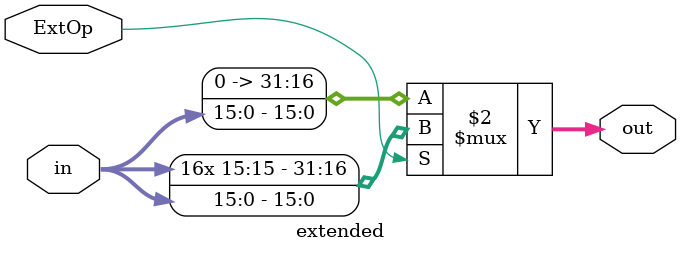
<source format=v>
`timescale 1ns / 1ps


module extended
	#(parameter half=16)
(
	input [half-1:0] in,
	input ExtOp,
	output reg [31:0] out
);
	always @ (in or ExtOp)
		out=(ExtOp) ?{{half{in[half-1]}},in} :{{half{1'b0}},in} ;
endmodule

</source>
